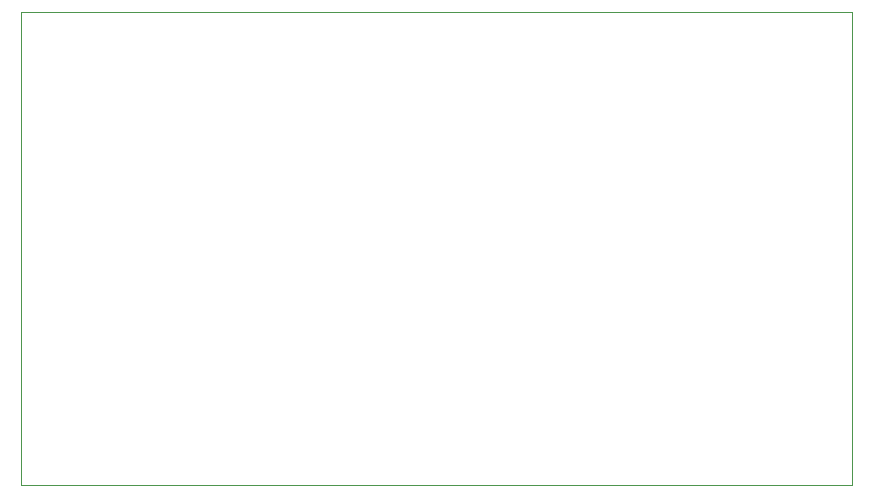
<source format=gbr>
%TF.GenerationSoftware,KiCad,Pcbnew,7.99.0-3522-gc5520b3eef-dirty*%
%TF.CreationDate,2024-01-06T21:25:37+00:00*%
%TF.ProjectId,lamp-controller,6c616d70-2d63-46f6-9e74-726f6c6c6572,rev?*%
%TF.SameCoordinates,Original*%
%TF.FileFunction,Profile,NP*%
%FSLAX46Y46*%
G04 Gerber Fmt 4.6, Leading zero omitted, Abs format (unit mm)*
G04 Created by KiCad (PCBNEW 7.99.0-3522-gc5520b3eef-dirty) date 2024-01-06 21:25:37*
%MOMM*%
%LPD*%
G01*
G04 APERTURE LIST*
%TA.AperFunction,Profile*%
%ADD10C,0.100000*%
%TD*%
G04 APERTURE END LIST*
D10*
X107300000Y-57500000D02*
X177600000Y-57500000D01*
X177600000Y-97500000D01*
X107300000Y-97500000D01*
X107300000Y-57500000D01*
M02*

</source>
